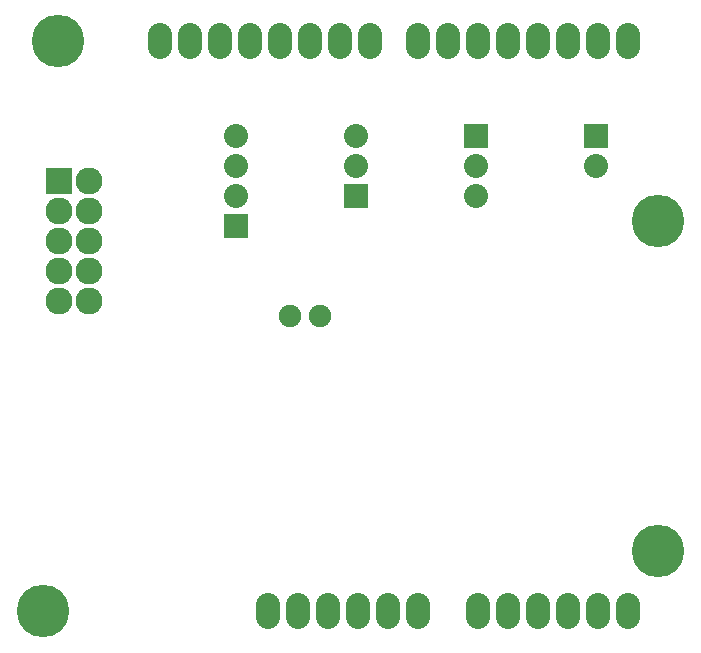
<source format=gbs>
G04 (created by PCBNEW (2013-mar-13)-testing) date Wed 12 Jun 2013 03:24:25 PM PDT*
%MOIN*%
G04 Gerber Fmt 3.4, Leading zero omitted, Abs format*
%FSLAX34Y34*%
G01*
G70*
G90*
G04 APERTURE LIST*
%ADD10C,0.005906*%
%ADD11R,0.080000X0.080000*%
%ADD12C,0.080000*%
%ADD13R,0.090000X0.090000*%
%ADD14C,0.090000*%
%ADD15O,0.080000X0.120000*%
%ADD16C,0.175000*%
%ADD17C,0.075000*%
G04 APERTURE END LIST*
G54D10*
G54D11*
X38500Y-31600D03*
G54D12*
X38500Y-30600D03*
X38500Y-29600D03*
G54D11*
X46500Y-29600D03*
G54D12*
X46500Y-30600D03*
G54D13*
X28600Y-31100D03*
G54D14*
X29600Y-31100D03*
X28600Y-32100D03*
X29600Y-32100D03*
X28600Y-33100D03*
X29600Y-33100D03*
X28600Y-34100D03*
X29600Y-34100D03*
X28600Y-35100D03*
X29600Y-35100D03*
G54D15*
X47575Y-45425D03*
X46575Y-45425D03*
X45575Y-45425D03*
X42575Y-45425D03*
X43575Y-45425D03*
X44575Y-45425D03*
X40575Y-45425D03*
X39575Y-45425D03*
X38575Y-45425D03*
X36575Y-45425D03*
X35575Y-45425D03*
X47575Y-26425D03*
X46575Y-26425D03*
X45575Y-26425D03*
X44575Y-26425D03*
X43575Y-26425D03*
X42575Y-26425D03*
X41575Y-26425D03*
X40575Y-26425D03*
X38975Y-26425D03*
X37975Y-26425D03*
X36975Y-26425D03*
X35975Y-26425D03*
X34975Y-26425D03*
X33975Y-26425D03*
X32975Y-26425D03*
X31975Y-26425D03*
X37575Y-45425D03*
G54D16*
X48575Y-43425D03*
X48575Y-32425D03*
X28575Y-26425D03*
X28075Y-45425D03*
G54D11*
X34500Y-32600D03*
G54D12*
X34500Y-31600D03*
X34500Y-30600D03*
X34500Y-29600D03*
G54D17*
X36300Y-35600D03*
X37300Y-35600D03*
G54D11*
X42500Y-29600D03*
G54D12*
X42500Y-30600D03*
X42500Y-31600D03*
M02*

</source>
